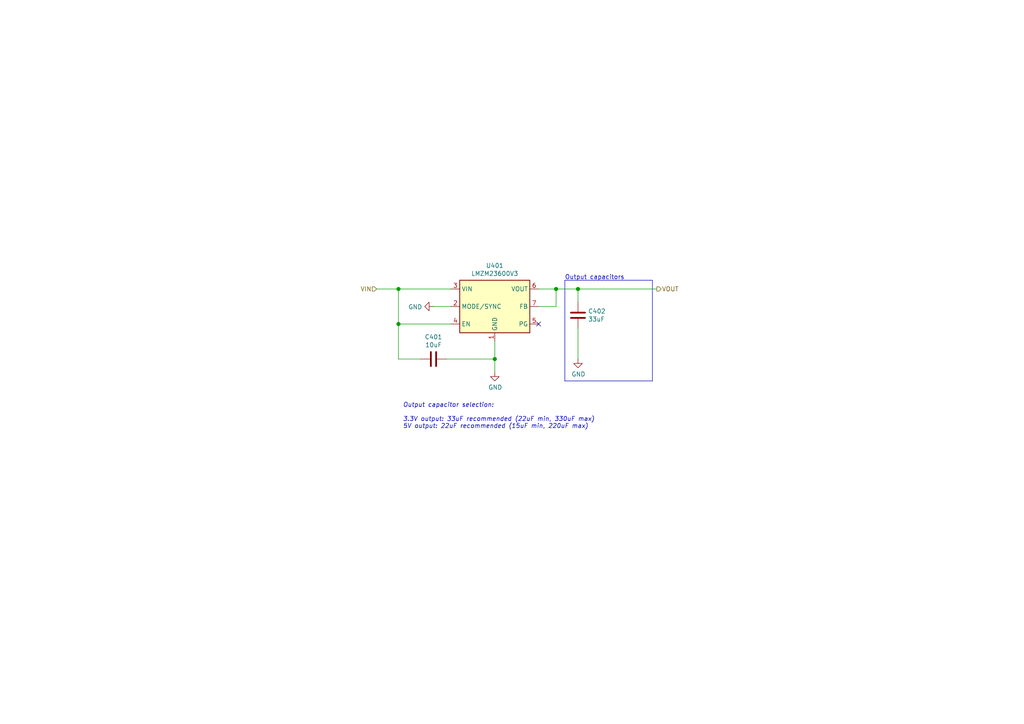
<source format=kicad_sch>
(kicad_sch (version 20200828) (generator eeschema)
  (page 3 3)
  (paper "A4")
  (title_block (title "Fume extractor controller") (date "2020-06-21") (rev "1.0"))
  (lib_symbols
    (symbol "Device:C" (pin_numbers hide) (pin_names (offset 0.254))
      (property "Reference" "C" (at 0.635 2.54 0))
      (property "Value" "C" (at 0.635 -2.54 0))
      (symbol "C_0_1"
        (polyline (pts (xy -2.032 -0.762) (xy 2.032 -0.762)) (stroke (width 0.508)))
        (polyline (pts (xy -2.032 0.762) (xy 2.032 0.762)) (stroke (width 0.508)))
      )
      (symbol "C_1_1"
        (pin passive line (at 0 3.81 270) (length 2.794) (name "~") (number "1"))
        (pin passive line (at 0 -3.81 90) (length 2.794) (name "~") (number "2"))
      )
    )
    (symbol "Regulator_Switching:LMZM23600V3"
      (property "Reference" "U" (at -8.89 8.89 0))
      (property "Value" "LMZM23600V3" (at 6.35 8.89 0))
      (symbol "LMZM23600V3_0_1"
        (rectangle (start -10.16 7.62) (end 10.16 -7.62) (stroke (width 0.254)) (fill (type background)))
      )
      (symbol "LMZM23600V3_1_1"
        (pin power_in line (at 0 -10.16 90) (length 2.54) (name "GND") (number "1"))
        (pin unconnected line (at -2.54 -7.62 90) (length 2.54) hide (name "~") (number "10"))
        (pin passive line (at 0 -10.16 90) (length 2.54) hide (name "GND") (number "11"))
        (pin input line (at -12.7 0 0) (length 2.54) (name "MODE/SYNC") (number "2"))
        (pin power_in line (at -12.7 5.08 0) (length 2.54) (name "VIN") (number "3"))
        (pin input line (at -12.7 -5.08 0) (length 2.54) (name "EN") (number "4"))
        (pin open_collector line (at 12.7 -5.08 180) (length 2.54) (name "PG") (number "5"))
        (pin power_out line (at 12.7 5.08 180) (length 2.54) (name "VOUT") (number "6"))
        (pin input line (at 12.7 0 180) (length 2.54) (name "FB") (number "7"))
        (pin unconnected line (at 5.08 -7.62 90) (length 2.54) hide (name "~") (number "8"))
        (pin unconnected line (at 2.54 -7.62 90) (length 2.54) hide (name "~") (number "9"))
      )
    )
    (symbol "power:GND" (power) (pin_names (offset 0))
      (property "Value" "GND" (at 0 -3.81 0))
      (symbol "GND_0_1"
        (polyline (pts (xy 0 0) (xy 0 -1.27) (xy 1.27 -1.27) (xy 0 -2.54) (xy -1.27 -1.27) (xy 0 -1.27)))
      )
      (symbol "GND_1_1"
        (pin power_in line (at 0 0 270) (length 0) hide (name "GND") (number "1"))
      )
    )
  )
  (junction (at 115.57 83.82) (diameter 1.016))
  (junction (at 115.57 93.98) (diameter 1.016))
  (junction (at 143.51 104.14) (diameter 1.016))
  (junction (at 161.29 83.82) (diameter 1.016))
  (junction (at 167.64 83.82) (diameter 1.016))
  (no_connect (at 156.21 93.98))
  (wire (pts (xy 109.22 83.82) (xy 115.57 83.82)))
  (wire (pts (xy 115.57 83.82) (xy 115.57 93.98)))
  (wire (pts (xy 115.57 93.98) (xy 115.57 104.14)))
  (wire (pts (xy 115.57 104.14) (xy 121.92 104.14)))
  (wire (pts (xy 129.54 104.14) (xy 143.51 104.14)))
  (wire (pts (xy 130.81 83.82) (xy 115.57 83.82)))
  (wire (pts (xy 130.81 88.9) (xy 125.73 88.9)))
  (wire (pts (xy 130.81 93.98) (xy 115.57 93.98)))
  (wire (pts (xy 143.51 99.06) (xy 143.51 104.14)))
  (wire (pts (xy 143.51 104.14) (xy 143.51 107.95)))
  (wire (pts (xy 156.21 83.82) (xy 161.29 83.82)))
  (wire (pts (xy 156.21 88.9) (xy 161.29 88.9)))
  (wire (pts (xy 161.29 83.82) (xy 167.64 83.82)))
  (wire (pts (xy 161.29 88.9) (xy 161.29 83.82)))
  (wire (pts (xy 167.64 83.82) (xy 167.64 87.63)))
  (wire (pts (xy 167.64 83.82) (xy 190.5 83.82)))
  (wire (pts (xy 167.64 95.25) (xy 167.64 104.14)))
  (polyline (pts (xy 163.83 81.28) (xy 163.83 110.49)) (stroke (width 0) (type solid)))
  (polyline (pts (xy 163.83 110.49) (xy 189.23 110.49)) (stroke (width 0) (type solid)))
  (polyline (pts (xy 189.23 81.28) (xy 163.83 81.28)) (stroke (width 0) (type solid)))
  (polyline (pts (xy 189.23 110.49) (xy 189.23 81.28)) (stroke (width 0) (type solid)))
  (text "Output capacitor selection:\n\n3.3V output: 33uF recommended (22uF min, 330uF max)\n5V output: 22uF recommended (15uF min, 220uF max)" (at 116.84 124.46 0) (effects (font (size 1.27 1.27) italic) (justify left bottom)))
  (text "Output capacitors" (at 163.83 81.28 0) (effects (font (size 1.27 1.27)) (justify left bottom)))
  (hierarchical_label "VIN" (shape input) (at 109.22 83.82 180))
  (hierarchical_label "VOUT" (shape output) (at 190.5 83.82 0))
  (symbol (lib_id "power:GND") (at 125.73 88.9 270) (unit 1)
    (property "Reference" "#PWR0401" (effects hide))
    (property "Value" "GND" (at 122.4788 89.027 90) (effects (justify right)))
  )
  (symbol (lib_id "power:GND") (at 143.51 107.95 0) (unit 1)
    (property "Reference" "#PWR0402" (effects hide))
    (property "Value" "GND" (at 143.637 112.3442 0))
  )
  (symbol (lib_id "power:GND") (at 167.64 104.14 0) (unit 1)
    (property "Reference" "#PWR0403" (effects hide))
    (property "Value" "GND" (at 167.767 108.5342 0))
  )
  (symbol (lib_id "Device:C") (at 125.73 104.14 270) (unit 1)
    (property "Reference" "C401" (at 125.73 97.7392 90))
    (property "Value" "10uF" (at 125.73 100.0506 90))
    (property "Footprint" "Capacitor_SMD:C_1210_3225Metric" (effects hide))
    (property "Part" "GRJ32ER71H106KE11" (effects hide))
  )
  (symbol (lib_id "Device:C") (at 167.64 91.44 180) (unit 1)
    (property "Reference" "C402" (at 170.561 90.2716 0) (effects (justify right)))
    (property "Value" "33uF" (at 170.561 92.583 0) (effects (justify right)))
    (property "Footprint" "Capacitor_SMD:C_1206_3216Metric" (effects hide))
    (property "Part" "C3216X5R1A336M160AB" (effects hide))
  )
  (symbol (lib_id "Regulator_Switching:LMZM23600V3") (at 143.51 88.9 0) (unit 1)
    (property "Reference" "U401" (at 143.51 77.0382 0))
    (property "Value" "LMZM23600V3" (at 143.51 79.3496 0))
    (property "Footprint" "Package_LGA:Texas_SIL0010A_MicroSiP-10-1EP_3.8x3mm_P0.6mm_EP0.7x2.9mm_ThermalVias" (effects hide))
    (property "Datasheet" "http://www.ti.com/lit/ds/symlink/lmzm23600.pdf" (effects hide))
  )
)
</source>
